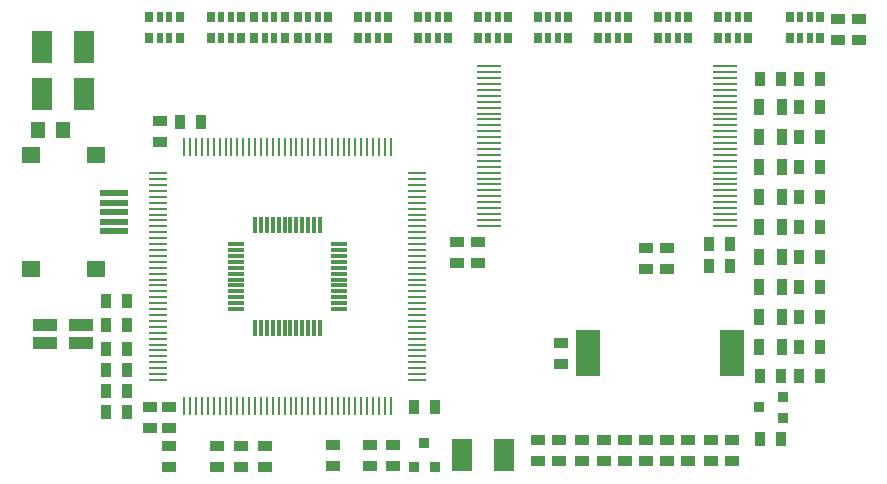
<source format=gtp>
G04 (created by PCBNEW-RS274X (2012-01-19 BZR 3256)-stable) date 22/03/2013 00:28:45*
G01*
G70*
G90*
%MOIN*%
G04 Gerber Fmt 3.4, Leading zero omitted, Abs format*
%FSLAX34Y34*%
G04 APERTURE LIST*
%ADD10C,0.006000*%
%ADD11R,0.011800X0.057200*%
%ADD12R,0.057200X0.011800*%
%ADD13R,0.078700X0.007800*%
%ADD14R,0.060000X0.010000*%
%ADD15R,0.010000X0.060000*%
%ADD16R,0.070000X0.110000*%
%ADD17R,0.045000X0.055000*%
%ADD18R,0.035000X0.045000*%
%ADD19R,0.045000X0.035000*%
%ADD20R,0.035000X0.055000*%
%ADD21R,0.036000X0.036000*%
%ADD22R,0.078700X0.157500*%
%ADD23R,0.063000X0.055100*%
%ADD24R,0.092500X0.019700*%
%ADD25R,0.025600X0.035600*%
%ADD26R,0.019700X0.035600*%
%ADD27R,0.080000X0.040000*%
G04 APERTURE END LIST*
G54D10*
G54D11*
X83689Y-50377D03*
X83492Y-50377D03*
X83295Y-50377D03*
X83098Y-50377D03*
X82902Y-50377D03*
X82705Y-50377D03*
X83886Y-50377D03*
X84083Y-50377D03*
G54D12*
X84723Y-51017D03*
X84723Y-51214D03*
X84723Y-51411D03*
G54D11*
X82705Y-53823D03*
X82508Y-53823D03*
X82311Y-53823D03*
X82114Y-53823D03*
X81917Y-53823D03*
G54D12*
X81277Y-53183D03*
G54D11*
X82902Y-53823D03*
X83098Y-53823D03*
X83295Y-53823D03*
X83492Y-53823D03*
X83689Y-53823D03*
G54D12*
X81277Y-52002D03*
X84723Y-52592D03*
X81277Y-52198D03*
X84723Y-52789D03*
X84723Y-52986D03*
X81277Y-52395D03*
X81277Y-52592D03*
X84723Y-53183D03*
G54D11*
X84083Y-53823D03*
G54D12*
X81277Y-52789D03*
X81277Y-52986D03*
G54D11*
X83886Y-53823D03*
G54D12*
X84723Y-52395D03*
X81277Y-51805D03*
X81277Y-51608D03*
X84723Y-52198D03*
X84723Y-52002D03*
X81277Y-51411D03*
X81277Y-51214D03*
X84723Y-51805D03*
X84723Y-51608D03*
X81277Y-51017D03*
G54D11*
X82508Y-50377D03*
X82311Y-50377D03*
X82114Y-50377D03*
X81917Y-50377D03*
G54D13*
X97587Y-49620D03*
X97587Y-49423D03*
X97587Y-49226D03*
X97587Y-49030D03*
X97587Y-48833D03*
X97587Y-48636D03*
X97587Y-48439D03*
X97587Y-48242D03*
X97587Y-48045D03*
X97587Y-47848D03*
X97587Y-47652D03*
X97587Y-47455D03*
X97587Y-47258D03*
X97587Y-47061D03*
X97587Y-46864D03*
X97587Y-46667D03*
X97587Y-46470D03*
X97587Y-46274D03*
X97587Y-46077D03*
X97587Y-45880D03*
X97587Y-45683D03*
X97587Y-45486D03*
X97587Y-45289D03*
X97587Y-45093D03*
X89713Y-45093D03*
X89713Y-45289D03*
X89713Y-45486D03*
X89713Y-45683D03*
X89713Y-45880D03*
X89713Y-46077D03*
X89713Y-46274D03*
X89713Y-46470D03*
X89713Y-46667D03*
X89713Y-46864D03*
X89713Y-47061D03*
X89713Y-47258D03*
X89713Y-47455D03*
X89713Y-47652D03*
X89713Y-47848D03*
X89713Y-48045D03*
X89713Y-48242D03*
X89713Y-48439D03*
X89713Y-48636D03*
X89713Y-48833D03*
X89713Y-49030D03*
X89713Y-49226D03*
X89713Y-49423D03*
X89713Y-49620D03*
X89713Y-49817D03*
X89713Y-50014D03*
X89713Y-50211D03*
X89713Y-50407D03*
X97587Y-49817D03*
X97587Y-50014D03*
X97587Y-50211D03*
X97587Y-50407D03*
G54D14*
X78675Y-48655D03*
X78675Y-48855D03*
X78675Y-49050D03*
X78675Y-49245D03*
X78675Y-49445D03*
X78675Y-49640D03*
X78675Y-49835D03*
X78675Y-50035D03*
X78675Y-50230D03*
X78675Y-50425D03*
X78675Y-50625D03*
X78675Y-50820D03*
X78675Y-51015D03*
X78675Y-51215D03*
X78675Y-51410D03*
X78675Y-51605D03*
X78675Y-51805D03*
X78675Y-52000D03*
X78675Y-52200D03*
X78675Y-52395D03*
X78675Y-52595D03*
X78675Y-52790D03*
X78675Y-52985D03*
X78675Y-53185D03*
X78675Y-53380D03*
X78675Y-53575D03*
X78675Y-53775D03*
X78675Y-53970D03*
X78675Y-54165D03*
X78675Y-54365D03*
X78675Y-54560D03*
X78675Y-54755D03*
X78675Y-54955D03*
X78675Y-55150D03*
X78675Y-55345D03*
X78675Y-55545D03*
G54D15*
X85265Y-56425D03*
X85460Y-56425D03*
X85655Y-56425D03*
X85855Y-56425D03*
X86050Y-56425D03*
X86245Y-56425D03*
X86445Y-56425D03*
X85460Y-47775D03*
X85265Y-47775D03*
X85065Y-47775D03*
X84870Y-47775D03*
X84675Y-47775D03*
X84475Y-47775D03*
X84280Y-47775D03*
X84085Y-47775D03*
X83885Y-47775D03*
X83690Y-47775D03*
X83495Y-47775D03*
X83295Y-47775D03*
X83100Y-47775D03*
X82900Y-47775D03*
X82705Y-47775D03*
X82505Y-47775D03*
X82310Y-47775D03*
X82115Y-47775D03*
X81915Y-47775D03*
X81720Y-47775D03*
X81525Y-47775D03*
X81325Y-47775D03*
X81130Y-47775D03*
X80935Y-47775D03*
X80735Y-47775D03*
X80540Y-47775D03*
X80345Y-47775D03*
X80145Y-47775D03*
X79950Y-47775D03*
X79755Y-47775D03*
X79555Y-47775D03*
X79555Y-56425D03*
X79755Y-56425D03*
X79950Y-56425D03*
X80145Y-56425D03*
X80345Y-56425D03*
X80540Y-56425D03*
X80735Y-56425D03*
X80935Y-56425D03*
X81130Y-56425D03*
X81325Y-56425D03*
X81525Y-56425D03*
X81720Y-56425D03*
X81915Y-56425D03*
X82115Y-56425D03*
X82310Y-56425D03*
X82505Y-56425D03*
X82705Y-56425D03*
X82900Y-56425D03*
X83100Y-56425D03*
X83295Y-56425D03*
X83495Y-56425D03*
X83690Y-56425D03*
X83885Y-56425D03*
X84085Y-56425D03*
X84280Y-56425D03*
X84475Y-56425D03*
X84675Y-56425D03*
X84870Y-56425D03*
X85065Y-56425D03*
G54D14*
X87325Y-54560D03*
X87325Y-54365D03*
X87325Y-54165D03*
X87325Y-53970D03*
X87325Y-53775D03*
X87325Y-53575D03*
X87325Y-53380D03*
X87325Y-53185D03*
X87325Y-52985D03*
X87325Y-52790D03*
X87325Y-52595D03*
X87325Y-52395D03*
X87325Y-52200D03*
X87325Y-52000D03*
X87325Y-51805D03*
X87325Y-51605D03*
X87325Y-51410D03*
X87325Y-51215D03*
X87325Y-51015D03*
X87325Y-50820D03*
X87325Y-50625D03*
X87325Y-50425D03*
X87325Y-50230D03*
X87325Y-50035D03*
X87325Y-49835D03*
X87325Y-49640D03*
X87325Y-49445D03*
X87325Y-49245D03*
X87325Y-49050D03*
X87325Y-48855D03*
X87325Y-48655D03*
X87325Y-55545D03*
X87325Y-55345D03*
X87325Y-55150D03*
X87325Y-54955D03*
X87325Y-54755D03*
G54D15*
X86445Y-47775D03*
X86245Y-47775D03*
X86050Y-47775D03*
X85855Y-47775D03*
X85655Y-47775D03*
G54D16*
X74800Y-46000D03*
X76200Y-46000D03*
X76200Y-44450D03*
X74800Y-44450D03*
G54D17*
X75525Y-47200D03*
X74675Y-47200D03*
G54D18*
X100750Y-47450D03*
X100050Y-47450D03*
G54D19*
X88650Y-50950D03*
X88650Y-51650D03*
G54D18*
X76950Y-55200D03*
X77650Y-55200D03*
X77650Y-55900D03*
X76950Y-55900D03*
X77650Y-56600D03*
X76950Y-56600D03*
G54D19*
X78400Y-56450D03*
X78400Y-57150D03*
G54D18*
X79400Y-46950D03*
X80100Y-46950D03*
X97050Y-51000D03*
X97750Y-51000D03*
X100750Y-54450D03*
X100050Y-54450D03*
X76950Y-54500D03*
X77650Y-54500D03*
X100750Y-46450D03*
X100050Y-46450D03*
X100750Y-53450D03*
X100050Y-53450D03*
X100750Y-48450D03*
X100050Y-48450D03*
X100750Y-49450D03*
X100050Y-49450D03*
X100750Y-51450D03*
X100050Y-51450D03*
X100750Y-52450D03*
X100050Y-52450D03*
X100750Y-50450D03*
X100050Y-50450D03*
X87200Y-56450D03*
X87900Y-56450D03*
G54D19*
X79050Y-57150D03*
X79050Y-56450D03*
G54D18*
X77650Y-52900D03*
X76950Y-52900D03*
X77650Y-53700D03*
X76950Y-53700D03*
G54D20*
X99475Y-46450D03*
X98725Y-46450D03*
X99475Y-47450D03*
X98725Y-47450D03*
X99475Y-48450D03*
X98725Y-48450D03*
X99475Y-49450D03*
X98725Y-49450D03*
X99475Y-51450D03*
X98725Y-51450D03*
X99475Y-50450D03*
X98725Y-50450D03*
X99475Y-52450D03*
X98725Y-52450D03*
X99475Y-53450D03*
X98725Y-53450D03*
X99475Y-54450D03*
X98725Y-54450D03*
G54D19*
X78750Y-47600D03*
X78750Y-46900D03*
G54D18*
X100750Y-45500D03*
X100050Y-45500D03*
G54D19*
X89350Y-50950D03*
X89350Y-51650D03*
X95650Y-51850D03*
X95650Y-51150D03*
G54D18*
X98750Y-57500D03*
X99450Y-57500D03*
X99450Y-55400D03*
X98750Y-55400D03*
G54D19*
X101350Y-43500D03*
X101350Y-44200D03*
G54D21*
X99500Y-56100D03*
X99500Y-56800D03*
X98700Y-56450D03*
G54D22*
X93000Y-54650D03*
X97800Y-54650D03*
G54D23*
X74435Y-48060D03*
X76600Y-48060D03*
X74435Y-51840D03*
X76600Y-51840D03*
G54D24*
X77230Y-49320D03*
X77230Y-49635D03*
X77230Y-49950D03*
X77230Y-50265D03*
X77230Y-50580D03*
G54D19*
X102050Y-44200D03*
X102050Y-43500D03*
G54D25*
X96352Y-44149D03*
G54D26*
X96007Y-44149D03*
X95693Y-44149D03*
G54D25*
X95348Y-44149D03*
X95348Y-43451D03*
G54D26*
X95693Y-43451D03*
X96007Y-43451D03*
G54D25*
X96352Y-43451D03*
X94352Y-44149D03*
G54D26*
X94007Y-44149D03*
X93693Y-44149D03*
G54D25*
X93348Y-44149D03*
X93348Y-43451D03*
G54D26*
X93693Y-43451D03*
X94007Y-43451D03*
G54D25*
X94352Y-43451D03*
X92352Y-44149D03*
G54D26*
X92007Y-44149D03*
X91693Y-44149D03*
G54D25*
X91348Y-44149D03*
X91348Y-43451D03*
G54D26*
X91693Y-43451D03*
X92007Y-43451D03*
G54D25*
X92352Y-43451D03*
X90352Y-44149D03*
G54D26*
X90007Y-44149D03*
X89693Y-44149D03*
G54D25*
X89348Y-44149D03*
X89348Y-43451D03*
G54D26*
X89693Y-43451D03*
X90007Y-43451D03*
G54D25*
X90352Y-43451D03*
X88352Y-44149D03*
G54D26*
X88007Y-44149D03*
X87693Y-44149D03*
G54D25*
X87348Y-44149D03*
X87348Y-43451D03*
G54D26*
X87693Y-43451D03*
X88007Y-43451D03*
G54D25*
X88352Y-43451D03*
X86352Y-44149D03*
G54D26*
X86007Y-44149D03*
X85693Y-44149D03*
G54D25*
X85348Y-44149D03*
X85348Y-43451D03*
G54D26*
X85693Y-43451D03*
X86007Y-43451D03*
G54D25*
X86352Y-43451D03*
X84352Y-44149D03*
G54D26*
X84007Y-44149D03*
X83693Y-44149D03*
G54D25*
X83348Y-44149D03*
X83348Y-43451D03*
G54D26*
X83693Y-43451D03*
X84007Y-43451D03*
G54D25*
X84352Y-43451D03*
X82902Y-44149D03*
G54D26*
X82557Y-44149D03*
X82243Y-44149D03*
G54D25*
X81898Y-44149D03*
X81898Y-43451D03*
G54D26*
X82243Y-43451D03*
X82557Y-43451D03*
G54D25*
X82902Y-43451D03*
X81452Y-44149D03*
G54D26*
X81107Y-44149D03*
X80793Y-44149D03*
G54D25*
X80448Y-44149D03*
X80448Y-43451D03*
G54D26*
X80793Y-43451D03*
X81107Y-43451D03*
G54D25*
X81452Y-43451D03*
X79402Y-44149D03*
G54D26*
X79057Y-44149D03*
X78743Y-44149D03*
G54D25*
X78398Y-44149D03*
X78398Y-43451D03*
G54D26*
X78743Y-43451D03*
X79057Y-43451D03*
G54D25*
X79402Y-43451D03*
X98352Y-44149D03*
G54D26*
X98007Y-44149D03*
X97693Y-44149D03*
G54D25*
X97348Y-44149D03*
X97348Y-43451D03*
G54D26*
X97693Y-43451D03*
X98007Y-43451D03*
G54D25*
X98352Y-43451D03*
X100752Y-44149D03*
G54D26*
X100407Y-44149D03*
X100093Y-44149D03*
G54D25*
X99748Y-44149D03*
X99748Y-43451D03*
G54D26*
X100093Y-43451D03*
X100407Y-43451D03*
G54D25*
X100752Y-43451D03*
G54D16*
X90200Y-58050D03*
X88800Y-58050D03*
G54D27*
X74900Y-54300D03*
X76100Y-54300D03*
X76100Y-53700D03*
X74900Y-53700D03*
G54D19*
X81450Y-58450D03*
X81450Y-57750D03*
X84500Y-57700D03*
X84500Y-58400D03*
X80650Y-57750D03*
X80650Y-58450D03*
X79050Y-57750D03*
X79050Y-58450D03*
G54D21*
X87900Y-58450D03*
X87200Y-58450D03*
X87550Y-57650D03*
G54D19*
X85750Y-58400D03*
X85750Y-57700D03*
G54D18*
X97750Y-51750D03*
X97050Y-51750D03*
G54D19*
X97100Y-58250D03*
X97100Y-57550D03*
X96350Y-57550D03*
X96350Y-58250D03*
X95650Y-57550D03*
X95650Y-58250D03*
X94950Y-57550D03*
X94950Y-58250D03*
X94250Y-57550D03*
X94250Y-58250D03*
X93550Y-58250D03*
X93550Y-57550D03*
X92800Y-57550D03*
X92800Y-58250D03*
X92050Y-57550D03*
X92050Y-58250D03*
X91350Y-57550D03*
X91350Y-58250D03*
X97800Y-58250D03*
X97800Y-57550D03*
X82250Y-58450D03*
X82250Y-57750D03*
X92100Y-54300D03*
X92100Y-55000D03*
G54D18*
X100750Y-55400D03*
X100050Y-55400D03*
G54D19*
X86500Y-58400D03*
X86500Y-57700D03*
G54D18*
X99450Y-45500D03*
X98750Y-45500D03*
G54D19*
X94950Y-51850D03*
X94950Y-51150D03*
M02*

</source>
